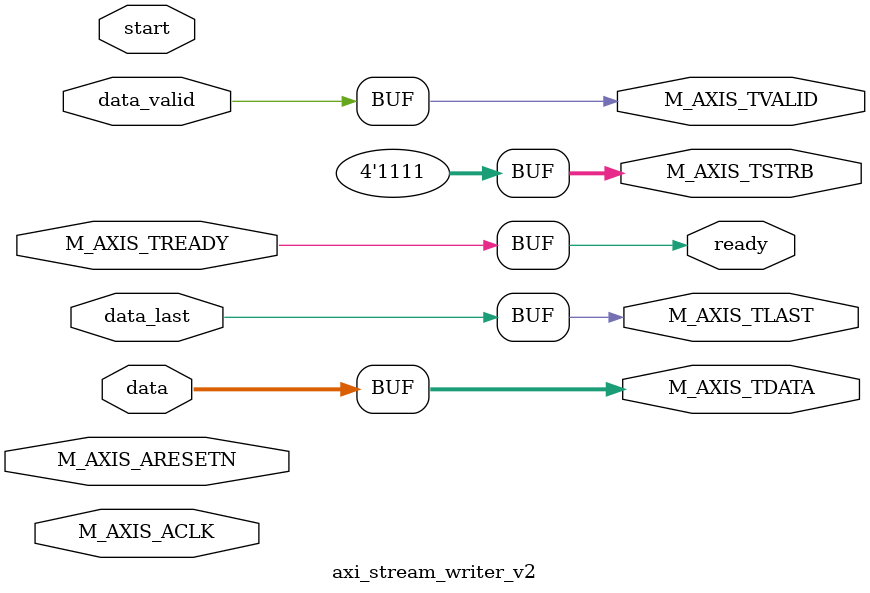
<source format=v>
`timescale 1 ns / 1 ps

module axi_stream_writer_v2 #
  (
   parameter integer C_M_AXIS_TDATA_WIDTH = 32
  )
  (
   input wire 									start, // FIXME: sil
   input wire [C_M_AXIS_TDATA_WIDTH-1:0] 		data,
   input wire 									data_valid,
   input wire 									data_last,
   output wire 									ready,
   /* axi4-stream ports */
   input wire 									M_AXIS_ACLK,
   input wire 									M_AXIS_ARESETN,
   output wire 									M_AXIS_TVALID,
   output wire [C_M_AXIS_TDATA_WIDTH-1 : 0] 	M_AXIS_TDATA,
   output wire [(C_M_AXIS_TDATA_WIDTH/8)-1 : 0] M_AXIS_TSTRB,
   output wire 									M_AXIS_TLAST,
   input wire 									M_AXIS_TREADY
   );


  /* I/O connections */
  assign M_AXIS_TVALID	= data_valid;
  assign M_AXIS_TDATA	= data;
  assign M_AXIS_TLAST	= data_last;
  assign M_AXIS_TSTRB	= {(C_M_AXIS_TDATA_WIDTH/8){1'b1}};

  assign ready = M_AXIS_TREADY;

endmodule

</source>
